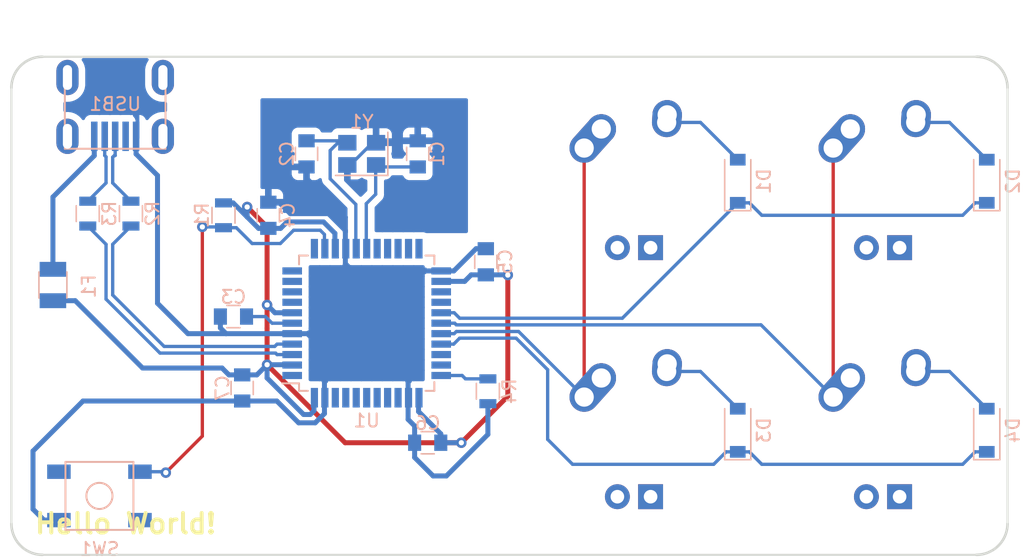
<source format=kicad_pcb>
(kicad_pcb (version 20221018) (generator pcbnew)
  (layers (0 "F.Cu" signal) (31 "B.Cu" signal) (34 "B.Paste" user) (35 "F.Paste" user) (36 "B.SilkS" user "B.Silkscreen") (37 "F.SilkS" user "F.Silkscreen") (38 "B.Mask" user) (39 "F.Mask" user) (44 "Edge.Cuts" user))
  (net 0 "")
  (net 1 "Net-(C1-Pad1)")
  (net 2 "GND")
  (net 3 "Net-(C2-Pad1)")
  (net 4 "Net-(C3-Pad1)")
  (net 5 "+5V")
  (net 6 "ROW0")
  (net 7 "Net-(D1-Pad2)")
  (net 8 "Net-(D2-Pad2)")
  (net 9 "ROW1")
  (net 10 "Net-(D3-Pad2)")
  (net 11 "Net-(D4-Pad2)")
  (net 12 "VCC")
  (net 13 "COL0")
  (net 14 "COL1")
  (net 15 "Net-(R1-Pad2)")
  (net 16 "Net-(R2-Pad1)")
  (net 17 "D+")
  (net 18 "D-")
  (net 19 "Net-(R3-Pad1)")
  (net 20 "Net-(R4-Pad2)")
  (net 21 "Net-(U1-Pad42)")
  (net 22 "Net-(U1-Pad41)")
  (net 23 "Net-(U1-Pad40)")
  (net 24 "Net-(U1-Pad39)")
  (net 25 "Net-(U1-Pad38)")
  (net 26 "Net-(U1-Pad37)")
  (net 27 "Net-(U1-Pad36)")
  (net 28 "Net-(U1-Pad32)")
  (net 29 "Net-(U1-Pad31)")
  (net 30 "Net-(U1-Pad26)")
  (net 31 "Net-(U1-Pad25)")
  (net 32 "Net-(U1-Pad22)")
  (net 33 "Net-(U1-Pad21)")
  (net 34 "Net-(U1-Pad20)")
  (net 35 "Net-(U1-Pad19)")
  (net 36 "Net-(U1-Pad18)")
  (net 37 "Net-(U1-Pad12)")
  (net 38 "Net-(U1-Pad11)")
  (net 39 "Net-(U1-Pad10)")
  (net 40 "Net-(U1-Pad9)")
  (net 41 "Net-(U1-Pad8)")
  (net 42 "Net-(U1-Pad1)")
  (net 43 "Net-(USB1-Pad2)")
  (footprint "MX_Alps_Hybrid:MX-1U" (layer "F.Cu") (at 79.375 71.4375)
    (fp_text reference "MX1")
    (fp_text value "MX-NoLED")
    (pad "" np_thru_hole circle (at -5.08 0 48.0996) (size 1.75 1.75) (drill 1.75) (layers "*.Cu" "*.Mask"))
    (pad "" np_thru_hole circle (at 0 0) (size 3.9878 3.9878) (drill 3.9878) (layers "*.Cu" "*.Mask"))
    (pad "" np_thru_hole circle (at 5.08 0 48.0996) (size 1.75 1.75) (drill 1.75) (layers "*.Cu" "*.Mask"))
    (pad "1" thru_hole oval (at -3.81 -2.54 48.0996) (size 4.211556 2.25) (drill 1.47 (offset 0.980778 0)) (layers "*.Cu" "B.Mask") (net 13 "COL0"))
    (pad "1" thru_hole circle (at -2.5 -4) (size 2.25 2.25) (drill 1.47) (layers "*.Cu" "B.Mask") (net 13 "COL0"))
    (pad "2" thru_hole oval (at 2.5 -4.5 86.0548) (size 2.831378 2.25) (drill 1.47 (offset 0.290689 0)) (layers "*.Cu" "B.Mask") (net 7 "Net-(D1-Pad2)"))
    (pad "2" thru_hole circle (at 2.54 -5.08) (size 2.25 2.25) (drill 1.47) (layers "*.Cu" "B.Mask") (net 7 "Net-(D1-Pad2)"))
    (pad "3" thru_hole circle (at -1.27 5.08) (size 1.905 1.905) (drill 1.04) (layers "*.Cu" "B.Mask"))
    (pad "4" thru_hole rect (at 1.27 5.08) (size 1.905 1.905) (drill 1.04) (layers "*.Cu" "B.Mask"))
  )
  (footprint "MX_Alps_Hybrid:MX-1U" (layer "F.Cu") (at 98.425 71.4375)
    (fp_text reference "MX2")
    (fp_text value "MX-NoLED")
    (pad "" np_thru_hole circle (at -5.08 0 48.0996) (size 1.75 1.75) (drill 1.75) (layers "*.Cu" "*.Mask"))
    (pad "" np_thru_hole circle (at 0 0) (size 3.9878 3.9878) (drill 3.9878) (layers "*.Cu" "*.Mask"))
    (pad "" np_thru_hole circle (at 5.08 0 48.0996) (size 1.75 1.75) (drill 1.75) (layers "*.Cu" "*.Mask"))
    (pad "1" thru_hole oval (at -3.81 -2.54 48.0996) (size 4.211556 2.25) (drill 1.47 (offset 0.980778 0)) (layers "*.Cu" "B.Mask") (net 14 "COL1"))
    (pad "1" thru_hole circle (at -2.5 -4) (size 2.25 2.25) (drill 1.47) (layers "*.Cu" "B.Mask") (net 14 "COL1"))
    (pad "2" thru_hole oval (at 2.5 -4.5 86.0548) (size 2.831378 2.25) (drill 1.47 (offset 0.290689 0)) (layers "*.Cu" "B.Mask") (net 8 "Net-(D2-Pad2)"))
    (pad "2" thru_hole circle (at 2.54 -5.08) (size 2.25 2.25) (drill 1.47) (layers "*.Cu" "B.Mask") (net 8 "Net-(D2-Pad2)"))
    (pad "3" thru_hole circle (at -1.27 5.08) (size 1.905 1.905) (drill 1.04) (layers "*.Cu" "B.Mask"))
    (pad "4" thru_hole rect (at 1.27 5.08) (size 1.905 1.905) (drill 1.04) (layers "*.Cu" "B.Mask"))
  )
  (footprint "MX_Alps_Hybrid:MX-1U" (layer "F.Cu") (at 79.375 90.4875)
    (fp_text reference "MX3")
    (fp_text value "MX-NoLED")
    (pad "" np_thru_hole circle (at -5.08 0 48.0996) (size 1.75 1.75) (drill 1.75) (layers "*.Cu" "*.Mask"))
    (pad "" np_thru_hole circle (at 0 0) (size 3.9878 3.9878) (drill 3.9878) (layers "*.Cu" "*.Mask"))
    (pad "" np_thru_hole circle (at 5.08 0 48.0996) (size 1.75 1.75) (drill 1.75) (layers "*.Cu" "*.Mask"))
    (pad "1" thru_hole oval (at -3.81 -2.54 48.0996) (size 4.211556 2.25) (drill 1.47 (offset 0.980778 0)) (layers "*.Cu" "B.Mask") (net 13 "COL0"))
    (pad "1" thru_hole circle (at -2.5 -4) (size 2.25 2.25) (drill 1.47) (layers "*.Cu" "B.Mask") (net 13 "COL0"))
    (pad "2" thru_hole oval (at 2.5 -4.5 86.0548) (size 2.831378 2.25) (drill 1.47 (offset 0.290689 0)) (layers "*.Cu" "B.Mask") (net 10 "Net-(D3-Pad2)"))
    (pad "2" thru_hole circle (at 2.54 -5.08) (size 2.25 2.25) (drill 1.47) (layers "*.Cu" "B.Mask") (net 10 "Net-(D3-Pad2)"))
    (pad "3" thru_hole circle (at -1.27 5.08) (size 1.905 1.905) (drill 1.04) (layers "*.Cu" "B.Mask"))
    (pad "4" thru_hole rect (at 1.27 5.08) (size 1.905 1.905) (drill 1.04) (layers "*.Cu" "B.Mask"))
  )
  (footprint "MX_Alps_Hybrid:MX-1U" (layer "F.Cu") (at 98.425 90.4875)
    (fp_text reference "MX4")
    (fp_text value "MX-NoLED")
    (pad "" np_thru_hole circle (at -5.08 0 48.0996) (size 1.75 1.75) (drill 1.75) (layers "*.Cu" "*.Mask"))
    (pad "" np_thru_hole circle (at 0 0) (size 3.9878 3.9878) (drill 3.9878) (layers "*.Cu" "*.Mask"))
    (pad "" np_thru_hole circle (at 5.08 0 48.0996) (size 1.75 1.75) (drill 1.75) (layers "*.Cu" "*.Mask"))
    (pad "1" thru_hole oval (at -3.81 -2.54 48.0996) (size 4.211556 2.25) (drill 1.47 (offset 0.980778 0)) (layers "*.Cu" "B.Mask") (net 14 "COL1"))
    (pad "1" thru_hole circle (at -2.5 -4) (size 2.25 2.25) (drill 1.47) (layers "*.Cu" "B.Mask") (net 14 "COL1"))
    (pad "2" thru_hole oval (at 2.5 -4.5 86.0548) (size 2.831378 2.25) (drill 1.47 (offset 0.290689 0)) (layers "*.Cu" "B.Mask") (net 11 "Net-(D4-Pad2)"))
    (pad "2" thru_hole circle (at 2.54 -5.08) (size 2.25 2.25) (drill 1.47) (layers "*.Cu" "B.Mask") (net 11 "Net-(D4-Pad2)"))
    (pad "3" thru_hole circle (at -1.27 5.08) (size 1.905 1.905) (drill 1.04) (layers "*.Cu" "B.Mask"))
    (pad "4" thru_hole rect (at 1.27 5.08) (size 1.905 1.905) (drill 1.04) (layers "*.Cu" "B.Mask"))
  )
  (footprint "Diodes_SMD:D_SOD-123" (layer "B.Cu") (at 87.3125 71.4375 90)
    (fp_text reference "D1" (at 0 2 90) (layer "B.SilkS") (effects (justify mirror)))
    (fp_text value "SOD-123")
    (fp_line (start -2.25 -1) (end 1.65 -1) (stroke (width 0.12)) (layer "B.SilkS"))
    (fp_line (start -2.25 1) (end -2.25 -1) (stroke (width 0.12)) (layer "B.SilkS"))
    (fp_line (start -2.25 1) (end 1.65 1) (stroke (width 0.12)) (layer "B.SilkS"))
    (pad "1" smd rect (at -1.65 0 90) (size 0.9 1.2) (layers "B.Cu" "B.Paste" "B.Mask") (net 6 "ROW0"))
    (pad "2" smd rect (at 1.65 0 90) (size 0.9 1.2) (layers "B.Cu" "B.Paste" "B.Mask") (net 7 "Net-(D1-Pad2)"))
  )
  (footprint "Diodes_SMD:D_SOD-123" (layer "B.Cu") (at 106.3625 71.4375 90)
    (fp_text reference "D2" (at 0 2 90) (layer "B.SilkS") (effects (justify mirror)))
    (fp_text value "SOD-123")
    (fp_line (start -2.25 -1) (end 1.65 -1) (stroke (width 0.12)) (layer "B.SilkS"))
    (fp_line (start -2.25 1) (end -2.25 -1) (stroke (width 0.12)) (layer "B.SilkS"))
    (fp_line (start -2.25 1) (end 1.65 1) (stroke (width 0.12)) (layer "B.SilkS"))
    (pad "1" smd rect (at -1.65 0 90) (size 0.9 1.2) (layers "B.Cu" "B.Paste" "B.Mask") (net 6 "ROW0"))
    (pad "2" smd rect (at 1.65 0 90) (size 0.9 1.2) (layers "B.Cu" "B.Paste" "B.Mask") (net 8 "Net-(D2-Pad2)"))
  )
  (footprint "Diodes_SMD:D_SOD-123" (layer "B.Cu") (at 87.3125 90.4875 90)
    (fp_text reference "D3" (at 0 2 90) (layer "B.SilkS") (effects (justify mirror)))
    (fp_text value "SOD-123")
    (fp_line (start -2.25 -1) (end 1.65 -1) (stroke (width 0.12)) (layer "B.SilkS"))
    (fp_line (start -2.25 1) (end -2.25 -1) (stroke (width 0.12)) (layer "B.SilkS"))
    (fp_line (start -2.25 1) (end 1.65 1) (stroke (width 0.12)) (layer "B.SilkS"))
    (pad "1" smd rect (at -1.65 0 90) (size 0.9 1.2) (layers "B.Cu" "B.Paste" "B.Mask") (net 9 "ROW1"))
    (pad "2" smd rect (at 1.65 0 90) (size 0.9 1.2) (layers "B.Cu" "B.Paste" "B.Mask") (net 10 "Net-(D3-Pad2)"))
  )
  (footprint "Diodes_SMD:D_SOD-123" (layer "B.Cu") (at 106.3625 90.4875 90)
    (fp_text reference "D4" (at 0 2 90) (layer "B.SilkS") (effects (justify mirror)))
    (fp_text value "SOD-123")
    (fp_line (start -2.25 -1) (end 1.65 -1) (stroke (width 0.12)) (layer "B.SilkS"))
    (fp_line (start -2.25 1) (end -2.25 -1) (stroke (width 0.12)) (layer "B.SilkS"))
    (fp_line (start -2.25 1) (end 1.65 1) (stroke (width 0.12)) (layer "B.SilkS"))
    (pad "1" smd rect (at -1.65 0 90) (size 0.9 1.2) (layers "B.Cu" "B.Paste" "B.Mask") (net 9 "ROW1"))
    (pad "2" smd rect (at 1.65 0 90) (size 0.9 1.2) (layers "B.Cu" "B.Paste" "B.Mask") (net 11 "Net-(D4-Pad2)"))
  )
  (footprint "Fuse_Holders_and_Fuses:Fuse_SMD1206_Reflow" (layer "B.Cu") (at 34.925 79.375 90)
    (fp_text reference "F1" (at -0.1 2.75 90) (layer "B.SilkS") (effects (justify mirror)))
    (fp_text value "500mA")
    (fp_line (start -1 1.07) (end 1 1.07) (stroke (width 0.12)) (layer "B.SilkS"))
    (fp_line (start 1 -1.07) (end -1 -1.07) (stroke (width 0.12)) (layer "B.SilkS"))
    (pad "1" smd rect (at -1.2 0) (size 2.03 1.14) (layers "B.Cu" "B.Paste" "B.Mask") (net 5 "+5V"))
    (pad "2" smd rect (at 1.2 0) (size 2.03 1.14) (layers "B.Cu" "B.Paste" "B.Mask") (net 12 "VCC"))
  )
  (footprint "Resistors_SMD:R_0805" (layer "B.Cu") (at 40.894 73.914 90)
    (fp_text reference "R2" (at 0 1.65 90) (layer "B.SilkS") (effects (justify mirror)))
    (fp_text value "22")
    (fp_line (start -0.6 0.88) (end 0.6 0.88) (stroke (width 0.12)) (layer "B.SilkS"))
    (fp_line (start 0.6 -0.88) (end -0.6 -0.88) (stroke (width 0.12)) (layer "B.SilkS"))
    (pad "1" smd rect (at -0.95 0 90) (size 0.7 1.3) (layers "B.Cu" "B.Paste" "B.Mask") (net 16 "Net-(R2-Pad1)"))
    (pad "2" smd rect (at 0.95 0 90) (size 0.7 1.3) (layers "B.Cu" "B.Paste" "B.Mask") (net 17 "D+"))
  )
  (footprint "Resistors_SMD:R_0805" (layer "B.Cu") (at 37.592 73.914 90)
    (fp_text reference "R3" (at 0 1.65 90) (layer "B.SilkS") (effects (justify mirror)))
    (fp_text value "22")
    (fp_line (start -0.6 0.88) (end 0.6 0.88) (stroke (width 0.12)) (layer "B.SilkS"))
    (fp_line (start 0.6 -0.88) (end -0.6 -0.88) (stroke (width 0.12)) (layer "B.SilkS"))
    (pad "1" smd rect (at -0.95 0 90) (size 0.7 1.3) (layers "B.Cu" "B.Paste" "B.Mask") (net 19 "Net-(R3-Pad1)"))
    (pad "2" smd rect (at 0.95 0 90) (size 0.7 1.3) (layers "B.Cu" "B.Paste" "B.Mask") (net 18 "D-"))
  )
  (footprint "Resistors_SMD:R_0805" (layer "B.Cu") (at 68.199 87.503 90)
    (fp_text reference "R4" (at 0 1.65 90) (layer "B.SilkS") (effects (justify mirror)))
    (fp_text value "10k")
    (fp_line (start -0.6 0.88) (end 0.6 0.88) (stroke (width 0.12)) (layer "B.SilkS"))
    (fp_line (start 0.6 -0.88) (end -0.6 -0.88) (stroke (width 0.12)) (layer "B.SilkS"))
    (pad "1" smd rect (at -0.95 0 90) (size 0.7 1.3) (layers "B.Cu" "B.Paste" "B.Mask") (net 2 "GND"))
    (pad "2" smd rect (at 0.95 0 90) (size 0.7 1.3) (layers "B.Cu" "B.Paste" "B.Mask") (net 20 "Net-(R4-Pad2)"))
  )
  (footprint "Capacitors_SMD:C_0805" (layer "B.Cu") (at 49.403 87.249 -90)
    (fp_text reference "C7" (at 0 1.5 270) (layer "B.SilkS") (effects (justify mirror)))
    (fp_text value "10uF")
    (fp_line (start -0.5 -0.85) (end 0.5 -0.85) (stroke (width 0.12)) (layer "B.SilkS"))
    (fp_line (start 0.5 0.85) (end -0.5 0.85) (stroke (width 0.12)) (layer "B.SilkS"))
    (pad "1" smd rect (at -1 0 270) (size 1 1.25) (layers "B.Cu" "B.Paste" "B.Mask") (net 5 "+5V"))
    (pad "2" smd rect (at 1 0 270) (size 1 1.25) (layers "B.Cu" "B.Paste" "B.Mask") (net 2 "GND"))
  )
  (footprint "Capacitors_SMD:C_0805" (layer "B.Cu") (at 68.04025 77.597 90)
    (fp_text reference "C5" (at 0 1.5 90) (layer "B.SilkS") (effects (justify mirror)))
    (fp_text value "0.1uF")
    (fp_line (start -0.5 -0.85) (end 0.5 -0.85) (stroke (width 0.12)) (layer "B.SilkS"))
    (fp_line (start 0.5 0.85) (end -0.5 0.85) (stroke (width 0.12)) (layer "B.SilkS"))
    (pad "1" smd rect (at -1 0 90) (size 1 1.25) (layers "B.Cu" "B.Paste" "B.Mask") (net 5 "+5V"))
    (pad "2" smd rect (at 1 0 90) (size 1 1.25) (layers "B.Cu" "B.Paste" "B.Mask") (net 2 "GND"))
  )
  (footprint "Capacitors_SMD:C_0805" (layer "B.Cu") (at 51.40325 74.041 90)
    (fp_text reference "C4" (at 0 1.5 90) (layer "B.SilkS") (effects (justify mirror)))
    (fp_text value "0.1uF")
    (fp_line (start -0.5 -0.85) (end 0.5 -0.85) (stroke (width 0.12)) (layer "B.SilkS"))
    (fp_line (start 0.5 0.85) (end -0.5 0.85) (stroke (width 0.12)) (layer "B.SilkS"))
    (pad "1" smd rect (at -1 0 90) (size 1 1.25) (layers "B.Cu" "B.Paste" "B.Mask") (net 5 "+5V"))
    (pad "2" smd rect (at 1 0 90) (size 1 1.25) (layers "B.Cu" "B.Paste" "B.Mask") (net 2 "GND"))
  )
  (footprint "Capacitors_SMD:C_0805" (layer "B.Cu") (at 63.59525 91.44 180)
    (fp_text reference "C6" (at 0 1.5 180) (layer "B.SilkS") (effects (justify mirror)))
    (fp_text value "0.1uF")
    (fp_line (start -0.5 -0.85) (end 0.5 -0.85) (stroke (width 0.12)) (layer "B.SilkS"))
    (fp_line (start 0.5 0.85) (end -0.5 0.85) (stroke (width 0.12)) (layer "B.SilkS"))
    (pad "1" smd rect (at -1 0 180) (size 1 1.25) (layers "B.Cu" "B.Paste" "B.Mask") (net 5 "+5V"))
    (pad "2" smd rect (at 1 0 180) (size 1 1.25) (layers "B.Cu" "B.Paste" "B.Mask") (net 2 "GND"))
  )
  (footprint "Resistors_SMD:R_0805" (layer "B.Cu") (at 47.97425 74.041 -90)
    (fp_text reference "R1" (at 0 1.65 270) (layer "B.SilkS") (effects (justify mirror)))
    (fp_text value "10k")
    (fp_line (start -0.6 0.88) (end 0.6 0.88) (stroke (width 0.12)) (layer "B.SilkS"))
    (fp_line (start 0.6 -0.88) (end -0.6 -0.88) (stroke (width 0.12)) (layer "B.SilkS"))
    (pad "1" smd rect (at -0.95 0 270) (size 0.7 1.3) (layers "B.Cu" "B.Paste" "B.Mask") (net 5 "+5V"))
    (pad "2" smd rect (at 0.95 0 270) (size 0.7 1.3) (layers "B.Cu" "B.Paste" "B.Mask") (net 15 "Net-(R1-Pad2)"))
  )
  (footprint "Capacitors_SMD:C_0805" (layer "B.Cu") (at 62.83325 69.342 90)
    (fp_text reference "C1" (at 0 1.5 90) (layer "B.SilkS") (effects (justify mirror)))
    (fp_text value "22pF")
    (fp_line (start -0.5 -0.85) (end 0.5 -0.85) (stroke (width 0.12)) (layer "B.SilkS"))
    (fp_line (start 0.5 0.85) (end -0.5 0.85) (stroke (width 0.12)) (layer "B.SilkS"))
    (pad "1" smd rect (at -1 0 90) (size 1 1.25) (layers "B.Cu" "B.Paste" "B.Mask") (net 1 "Net-(C1-Pad1)"))
    (pad "2" smd rect (at 1 0 90) (size 1 1.25) (layers "B.Cu" "B.Paste" "B.Mask") (net 2 "GND"))
  )
  (footprint "Capacitors_SMD:C_0805" (layer "B.Cu") (at 48.73625 81.788 180)
    (fp_text reference "C3" (at 0 1.5 180) (layer "B.SilkS") (effects (justify mirror)))
    (fp_text value "1uF")
    (fp_line (start -0.5 -0.85) (end 0.5 -0.85) (stroke (width 0.12)) (layer "B.SilkS"))
    (fp_line (start 0.5 0.85) (end -0.5 0.85) (stroke (width 0.12)) (layer "B.SilkS"))
    (pad "1" smd rect (at -1 0 180) (size 1 1.25) (layers "B.Cu" "B.Paste" "B.Mask") (net 4 "Net-(C3-Pad1)"))
    (pad "2" smd rect (at 1 0 180) (size 1 1.25) (layers "B.Cu" "B.Paste" "B.Mask") (net 2 "GND"))
  )
  (footprint "Capacitors_SMD:C_0805" (layer "B.Cu") (at 54.32425 69.342 -90)
    (fp_text reference "C2" (at 0 1.5 270) (layer "B.SilkS") (effects (justify mirror)))
    (fp_text value "22pF")
    (fp_line (start -0.5 -0.85) (end 0.5 -0.85) (stroke (width 0.12)) (layer "B.SilkS"))
    (fp_line (start 0.5 0.85) (end -0.5 0.85) (stroke (width 0.12)) (layer "B.SilkS"))
    (pad "1" smd rect (at -1 0 270) (size 1 1.25) (layers "B.Cu" "B.Paste" "B.Mask") (net 3 "Net-(C2-Pad1)"))
    (pad "2" smd rect (at 1 0 270) (size 1 1.25) (layers "B.Cu" "B.Paste" "B.Mask") (net 2 "GND"))
  )
  (footprint "random-keyboard-parts:Molex-0548190589-Assembly" (layer "B.Cu") (at 39.6875 63.5 -90)
    (fp_text reference "USB1" (at 2.032 0 180) (layer "B.SilkS") (effects (justify mirror)))
    (fp_text value "Molex-0548190589")
    (fp_line (start 0 -3.85) (end 5.45 -3.85) (stroke (width 0.15)) (layer "B.SilkS"))
    (fp_line (start 0 3.85) (end 5.45 3.85) (stroke (width 0.15)) (layer "B.SilkS"))
    (fp_line (start 5.45 3.85) (end 5.45 -3.85) (stroke (width 0.15)) (layer "B.SilkS"))
    (pad "" thru_hole oval (at 0 -3.65 270) (size 2.7 1.7) (drill oval 1.9 0.7) (layers "*.Cu" "*.Mask"))
    (pad "" thru_hole oval (at 0 3.65 270) (size 2.7 1.7) (drill oval 1.9 0.7) (layers "*.Cu" "*.Mask"))
    (pad "" thru_hole oval (at 4.5 -3.65 270) (size 2.7 1.7) (drill oval 1.9 0.7) (layers "*.Cu" "*.Mask"))
    (pad "" thru_hole oval (at 4.5 3.65 270) (size 2.7 1.7) (drill oval 1.9 0.7) (layers "*.Cu" "*.Mask"))
    (pad "1" smd rect (at 4.5 -1.6 270) (size 2.25 0.5) (layers "B.Cu" "B.Paste" "B.Mask") (net 2 "GND"))
    (pad "2" smd rect (at 4.5 -0.8 270) (size 2.25 0.5) (layers "B.Cu" "B.Paste" "B.Mask") (net 43 "Net-(USB1-Pad2)"))
    (pad "3" smd rect (at 4.5 0 270) (size 2.25 0.5) (layers "B.Cu" "B.Paste" "B.Mask") (net 17 "D+"))
    (pad "4" smd rect (at 4.5 0.8 270) (size 2.25 0.5) (layers "B.Cu" "B.Paste" "B.Mask") (net 18 "D-"))
    (pad "5" smd rect (at 4.5 1.6 270) (size 2.25 0.5) (layers "B.Cu" "B.Paste" "B.Mask") (net 12 "VCC"))
  )
  (footprint "random-keyboard-parts:SKQG-1155865" (layer "B.Cu") (at 38.484001 95.507845 180)
    (fp_text reference "SW1" (at 0 -4.064 180) (layer "B.SilkS") (effects (justify mirror)))
    (fp_text value "SW_Push")
    (fp_line (start -2.6 -2.6) (end -2.6 2.6) (stroke (width 0.15)) (layer "B.SilkS"))
    (fp_line (start -2.6 2.6) (end 2.6 2.6) (stroke (width 0.15)) (layer "B.SilkS"))
    (fp_line (start 2.6 -2.6) (end -2.6 -2.6) (stroke (width 0.15)) (layer "B.SilkS"))
    (fp_line (start 2.6 2.6) (end 2.6 -2.6) (stroke (width 0.15)) (layer "B.SilkS"))
    (fp_circle (center 0 0) (end 1 0) (stroke (width 0.15)) (fill none) (layer "B.SilkS"))
    (pad "1" smd rect (at 3.1 -1.85 180) (size 1.8 1.1) (layers "B.Cu" "B.Paste" "B.Mask") (net 2 "GND"))
    (pad "2" smd rect (at -3.1 1.85 180) (size 1.8 1.1) (layers "B.Cu" "B.Paste" "B.Mask") (net 15 "Net-(R1-Pad2)"))
    (pad "3" smd rect (at 3.1 1.85 180) (size 1.8 1.1) (layers "B.Cu" "B.Paste" "B.Mask"))
    (pad "4" smd rect (at -3.1 -1.85 180) (size 1.8 1.1) (layers "B.Cu" "B.Paste" "B.Mask"))
  )
  (footprint "Housings_QFP:TQFP-44_10x10mm_Pitch0.8mm" (layer "B.Cu") (at 58.928 82.296)
    (fp_text reference "U1" (at 0 7.45) (layer "B.SilkS") (effects (justify mirror)))
    (fp_text value "ATmega32U4-AU")
    (fp_line (start -5.175 -5.175) (end -5.175 -4.5) (stroke (width 0.15)) (layer "B.SilkS"))
    (fp_line (start -5.175 -5.175) (end -4.5 -5.175) (stroke (width 0.15)) (layer "B.SilkS"))
    (fp_line (start -5.175 4.6) (end -6.45 4.6) (stroke (width 0.15)) (layer "B.SilkS"))
    (fp_line (start -5.175 5.175) (end -5.175 4.6) (stroke (width 0.15)) (layer "B.SilkS"))
    (fp_line (start -5.175 5.175) (end -4.5 5.175) (stroke (width 0.15)) (layer "B.SilkS"))
    (fp_line (start 5.175 -5.175) (end 4.5 -5.175) (stroke (width 0.15)) (layer "B.SilkS"))
    (fp_line (start 5.175 -5.175) (end 5.175 -4.5) (stroke (width 0.15)) (layer "B.SilkS"))
    (fp_line (start 5.175 5.175) (end 4.5 5.175) (stroke (width 0.15)) (layer "B.SilkS"))
    (fp_line (start 5.175 5.175) (end 5.175 4.5) (stroke (width 0.15)) (layer "B.SilkS"))
    (pad "1" smd rect (at -5.7 4) (size 1.5 0.55) (layers "B.Cu" "B.Paste" "B.Mask") (net 42 "Net-(U1-Pad1)"))
    (pad "2" smd rect (at -5.7 3.2) (size 1.5 0.55) (layers "B.Cu" "B.Paste" "B.Mask") (net 5 "+5V"))
    (pad "3" smd rect (at -5.7 2.4) (size 1.5 0.55) (layers "B.Cu" "B.Paste" "B.Mask") (net 19 "Net-(R3-Pad1)"))
    (pad "4" smd rect (at -5.7 1.6) (size 1.5 0.55) (layers "B.Cu" "B.Paste" "B.Mask") (net 16 "Net-(R2-Pad1)"))
    (pad "5" smd rect (at -5.7 0.8) (size 1.5 0.55) (layers "B.Cu" "B.Paste" "B.Mask") (net 2 "GND"))
    (pad "6" smd rect (at -5.7 0) (size 1.5 0.55) (layers "B.Cu" "B.Paste" "B.Mask") (net 4 "Net-(C3-Pad1)"))
    (pad "7" smd rect (at -5.7 -0.8) (size 1.5 0.55) (layers "B.Cu" "B.Paste" "B.Mask") (net 5 "+5V"))
    (pad "8" smd rect (at -5.7 -1.6) (size 1.5 0.55) (layers "B.Cu" "B.Paste" "B.Mask") (net 41 "Net-(U1-Pad8)"))
    (pad "9" smd rect (at -5.7 -2.4) (size 1.5 0.55) (layers "B.Cu" "B.Paste" "B.Mask") (net 40 "Net-(U1-Pad9)"))
    (pad "10" smd rect (at -5.7 -3.2) (size 1.5 0.55) (layers "B.Cu" "B.Paste" "B.Mask") (net 39 "Net-(U1-Pad10)"))
    (pad "11" smd rect (at -5.7 -4) (size 1.5 0.55) (layers "B.Cu" "B.Paste" "B.Mask") (net 38 "Net-(U1-Pad11)"))
    (pad "12" smd rect (at -4 -5.7 270) (size 1.5 0.55) (layers "B.Cu" "B.Paste" "B.Mask") (net 37 "Net-(U1-Pad12)"))
    (pad "13" smd rect (at -3.2 -5.7 270) (size 1.5 0.55) (layers "B.Cu" "B.Paste" "B.Mask") (net 15 "Net-(R1-Pad2)"))
    (pad "14" smd rect (at -2.4 -5.7 270) (size 1.5 0.55) (layers "B.Cu" "B.Paste" "B.Mask") (net 5 "+5V"))
    (pad "15" smd rect (at -1.6 -5.7 270) (size 1.5 0.55) (layers "B.Cu" "B.Paste" "B.Mask") (net 2 "GND"))
    (pad "16" smd rect (at -0.8 -5.7 270) (size 1.5 0.55) (layers "B.Cu" "B.Paste" "B.Mask") (net 3 "Net-(C2-Pad1)"))
    (pad "17" smd rect (at 0 -5.7 270) (size 1.5 0.55) (layers "B.Cu" "B.Paste" "B.Mask") (net 1 "Net-(C1-Pad1)"))
    (pad "18" smd rect (at 0.8 -5.7 270) (size 1.5 0.55) (layers "B.Cu" "B.Paste" "B.Mask") (net 36 "Net-(U1-Pad18)"))
    (pad "19" smd rect (at 1.6 -5.7 270) (size 1.5 0.55) (layers "B.Cu" "B.Paste" "B.Mask") (net 35 "Net-(U1-Pad19)"))
    (pad "20" smd rect (at 2.4 -5.7 270) (size 1.5 0.55) (layers "B.Cu" "B.Paste" "B.Mask") (net 34 "Net-(U1-Pad20)"))
    (pad "21" smd rect (at 3.2 -5.7 270) (size 1.5 0.55) (layers "B.Cu" "B.Paste" "B.Mask") (net 33 "Net-(U1-Pad21)"))
    (pad "22" smd rect (at 4 -5.7 270) (size 1.5 0.55) (layers "B.Cu" "B.Paste" "B.Mask") (net 32 "Net-(U1-Pad22)"))
    (pad "23" smd rect (at 5.7 -4) (size 1.5 0.55) (layers "B.Cu" "B.Paste" "B.Mask") (net 2 "GND"))
    (pad "24" smd rect (at 5.7 -3.2) (size 1.5 0.55) (layers "B.Cu" "B.Paste" "B.Mask") (net 5 "+5V"))
    (pad "25" smd rect (at 5.7 -2.4) (size 1.5 0.55) (layers "B.Cu" "B.Paste" "B.Mask") (net 31 "Net-(U1-Pad25)"))
    (pad "26" smd rect (at 5.7 -1.6) (size 1.5 0.55) (layers "B.Cu" "B.Paste" "B.Mask") (net 30 "Net-(U1-Pad26)"))
    (pad "27" smd rect (at 5.7 -0.8) (size 1.5 0.55) (layers "B.Cu" "B.Paste" "B.Mask") (net 6 "ROW0"))
    (pad "28" smd rect (at 5.7 0) (size 1.5 0.55) (layers "B.Cu" "B.Paste" "B.Mask") (net 14 "COL1"))
    (pad "29" smd rect (at 5.7 0.8) (size 1.5 0.55) (layers "B.Cu" "B.Paste" "B.Mask") (net 13 "COL0"))
    (pad "30" smd rect (at 5.7 1.6) (size 1.5 0.55) (layers "B.Cu" "B.Paste" "B.Mask") (net 9 "ROW1"))
    (pad "31" smd rect (at 5.7 2.4) (size 1.5 0.55) (layers "B.Cu" "B.Paste" "B.Mask") (net 29 "Net-(U1-Pad31)"))
    (pad "32" smd rect (at 5.7 3.2) (size 1.5 0.55) (layers "B.Cu" "B.Paste" "B.Mask") (net 28 "Net-(U1-Pad32)"))
    (pad "33" smd rect (at 5.7 4) (size 1.5 0.55) (layers "B.Cu" "B.Paste" "B.Mask") (net 20 "Net-(R4-Pad2)"))
    (pad "34" smd rect (at 4 5.7 270) (size 1.5 0.55) (layers "B.Cu" "B.Paste" "B.Mask") (net 5 "+5V"))
    (pad "35" smd rect (at 3.2 5.7 270) (size 1.5 0.55) (layers "B.Cu" "B.Paste" "B.Mask") (net 2 "GND"))
    (pad "36" smd rect (at 2.4 5.7 270) (size 1.5 0.55) (layers "B.Cu" "B.Paste" "B.Mask") (net 27 "Net-(U1-Pad36)"))
    (pad "37" smd rect (at 1.6 5.7 270) (size 1.5 0.55) (layers "B.Cu" "B.Paste" "B.Mask") (net 26 "Net-(U1-Pad37)"))
    (pad "38" smd rect (at 0.8 5.7 270) (size 1.5 0.55) (layers "B.Cu" "B.Paste" "B.Mask") (net 25 "Net-(U1-Pad38)"))
    (pad "39" smd rect (at 0 5.7 270) (size 1.5 0.55) (layers "B.Cu" "B.Paste" "B.Mask") (net 24 "Net-(U1-Pad39)"))
    (pad "40" smd rect (at -0.8 5.7 270) (size 1.5 0.55) (layers "B.Cu" "B.Paste" "B.Mask") (net 23 "Net-(U1-Pad40)"))
    (pad "41" smd rect (at -1.6 5.7 270) (size 1.5 0.55) (layers "B.Cu" "B.Paste" "B.Mask") (net 22 "Net-(U1-Pad41)"))
    (pad "42" smd rect (at -2.4 5.7 270) (size 1.5 0.55) (layers "B.Cu" "B.Paste" "B.Mask") (net 21 "Net-(U1-Pad42)"))
    (pad "43" smd rect (at -3.2 5.7 270) (size 1.5 0.55) (layers "B.Cu" "B.Paste" "B.Mask") (net 2 "GND"))
    (pad "44" smd rect (at -4 5.7 270) (size 1.5 0.55) (layers "B.Cu" "B.Paste" "B.Mask") (net 5 "+5V"))
  )
  (footprint "Crystals:Crystal_SMD_3225-4pin_3.2x2.5mm" (layer "B.Cu") (at 58.547 69.342 180)
    (fp_text reference "Y1" (at 0 2.45 180) (layer "B.SilkS") (effects (justify mirror)))
    (fp_text value "Crystal_GND24_Small")
    (fp_line (start -2 -1.65) (end 2 -1.65) (stroke (width 0.12)) (layer "B.SilkS"))
    (fp_line (start -2 1.65) (end -2 -1.65) (stroke (width 0.12)) (layer "B.SilkS"))
    (pad "1" smd rect (at -1.1 -0.85 180) (size 1.4 1.2) (layers "B.Cu" "B.Paste" "B.Mask") (net 1 "Net-(C1-Pad1)"))
    (pad "2" smd rect (at 1.1 -0.85 180) (size 1.4 1.2) (layers "B.Cu" "B.Paste" "B.Mask") (net 2 "GND"))
    (pad "3" smd rect (at 1.1 0.85 180) (size 1.4 1.2) (layers "B.Cu" "B.Paste" "B.Mask") (net 3 "Net-(C2-Pad1)"))
    (pad "4" smd rect (at -1.1 0.85 180) (size 1.4 1.2) (layers "B.Cu" "B.Paste" "B.Mask") (net 2 "GND"))
  )
  (gr_line (start 34.13125 61.9125) (end 105.56875 61.9125) (stroke (width 0.15)) (layer "Edge.Cuts"))
  (gr_arc (start 105.56875 61.9125) (mid 107.252548 62.609952) (end 107.95 64.29375) (stroke (width 0.2)) (layer "Edge.Cuts"))
  (gr_arc (start 31.75 64.29375) (mid 32.447452 62.609952) (end 34.13125 61.9125) (stroke (width 0.2)) (layer "Edge.Cuts"))
  (gr_line (start 105.56875 100.0125) (end 34.13125 100.0125) (stroke (width 0.15)) (layer "Edge.Cuts"))
  (gr_line (start 107.95 64.29375) (end 107.95 97.63125) (stroke (width 0.15)) (layer "Edge.Cuts"))
  (gr_arc (start 34.13125 100.0125) (mid 32.447452 99.315048) (end 31.75 97.63125) (stroke (width 0.2)) (layer "Edge.Cuts"))
  (gr_arc (start 107.95 97.63125) (mid 107.252548 99.315048) (end 105.56875 100.0125) (stroke (width 0.2)) (layer "Edge.Cuts"))
  (gr_line (start 31.75 97.63125) (end 31.75 64.29375) (stroke (width 0.15)) (layer "Edge.Cuts"))
  (gr_text "Hello World!" (at 40.48125 97.63125) (layer "F.SilkS") (effects (font (size 1.5 1.5) (thickness 0.3))))
  (segment (start 59.76525 70.342) (end 59.61525 70.192) (width 0.254) (layer "B.Cu") (net 1))
  (segment (start 58.89625 76.596) (end 58.89625 73.152) (width 0.254) (layer "B.Cu") (net 1))
  (segment (start 59.61525 70.192) (end 59.61525 72.433) (width 0.254) (layer "B.Cu") (net 1))
  (segment (start 62.83325 70.342) (end 59.76525 70.342) (width 0.254) (layer "B.Cu") (net 1))
  (segment (start 59.61525 72.433) (end 58.89625 73.152) (width 0.254) (layer "B.Cu") (net 1))
  (segment (start 62.83325 68.342) (end 59.76525 68.342) (width 0.381) (layer "B.Cu") (net 2))
  (segment (start 62.09625 89.65525) (end 62.59525 90.15425) (width 0.381) (layer "B.Cu") (net 2))
  (segment (start 62.59525 90.15425) (end 62.59525 91.44) (width 0.381) (layer "B.Cu") (net 2))
  (segment (start 57.29625 77.74325) (end 59.36575 79.81275) (width 0.381) (layer "B.Cu") (net 2))
  (segment (start 68.04025 76.597) (end 67.294 76.597) (width 0.381) (layer "B.Cu") (net 2))
  (segment (start 56.007 73.914) (end 57.29625 75.20325) (width 0.381) (layer "B.Cu") (net 2))
  (segment (start 41.2875 69.3545) (end 42.926 70.993) (width 0.381) (layer "B.Cu") (net 2))
  (segment (start 60.90325 79.81275) (end 60.90325 84.39825) (width 0.381) (layer "B.Cu") (net 2))
  (segment (start 54.32425 70.342) (end 54.32425 71.21525) (width 0.381) (layer "B.Cu") (net 2))
  (segment (start 65.024 93.98) (end 64.008 93.98) (width 0.381) (layer "B.Cu") (net 2))
  (segment (start 64.59625 78.296) (end 62.42 78.296) (width 0.381) (layer "B.Cu") (net 2))
  (segment (start 52.213 73.041) (end 53.086 73.914) (width 0.381) (layer "B.Cu") (net 2))
  (segment (start 55.69625 87.996) (end 55.69625 84.39825) (width 0.381) (layer "B.Cu") (net 2))
  (segment (start 52.705 67.31) (end 52.705 69.85) (width 0.381) (layer "B.Cu") (net 2))
  (segment (start 45.25 83.096) (end 48.171 83.096) (width 0.381) (layer "B.Cu") (net 2))
  (segment (start 59.182 66.929) (end 53.086 66.929) (width 0.381) (layer "B.Cu") (net 2))
  (segment (start 48.171 83.096) (end 47.73625 82.66125) (width 0.381) (layer "B.Cu") (net 2))
  (segment (start 65.595 78.296) (end 64.59625 78.296) (width 0.381) (layer "B.Cu") (net 2))
  (segment (start 41.2875 68) (end 41.2875 69.3545) (width 0.381) (layer "B.Cu") (net 2))
  (segment (start 59.36575 79.81275) (end 60.90325 79.81275) (width 0.381) (layer "B.Cu") (net 2))
  (segment (start 62.42 78.296) (end 60.90325 79.81275) (width 0.381) (layer "B.Cu") (net 2))
  (segment (start 42.926 80.772) (end 45.25 83.096) (width 0.381) (layer "B.Cu") (net 2))
  (segment (start 57.29625 76.596) (end 57.29625 77.74325) (width 0.381) (layer "B.Cu") (net 2))
  (segment (start 59.61525 67.36225) (end 59.182 66.929) (width 0.381) (layer "B.Cu") (net 2))
  (segment (start 53.721 89.916) (end 52.054 88.249) (width 0.381) (layer "B.Cu") (net 2))
  (segment (start 62.09625 87.996) (end 62.09625 85.59125) (width 0.381) (layer "B.Cu") (net 2))
  (segment (start 62.09625 85.59125) (end 60.90325 84.39825) (width 0.381) (layer "B.Cu") (net 2))
  (segment (start 53.197 70.342) (end 54.32425 70.342) (width 0.381) (layer "B.Cu") (net 2))
  (segment (start 68.199 90.805) (end 65.024 93.98) (width 0.381) (layer "B.Cu") (net 2))
  (segment (start 42.926 70.993) (end 42.926 80.772) (width 0.381) (layer "B.Cu") (net 2))
  (segment (start 52.705 69.85) (end 53.197 70.342) (width 0.381) (layer "B.Cu") (net 2))
  (segment (start 53.086 73.914) (end 56.007 73.914) (width 0.381) (layer "B.Cu") (net 2))
  (segment (start 62.59525 92.56725) (end 62.59525 91.44) (width 0.381) (layer "B.Cu") (net 2))
  (segment (start 60.90325 84.39825) (end 55.69625 84.39825) (width 0.381) (layer "B.Cu") (net 2))
  (segment (start 59.61525 68.492) (end 59.61525 67.36225) (width 0.381) (layer "B.Cu") (net 2))
  (segment (start 57.41525 70.192) (end 57.6716 70.192) (width 0.381) (layer "B.Cu") (net 2))
  (segment (start 34.238845 97.357845) (end 33.401 96.52) (width 0.381) (layer "B.Cu") (net 2))
  (segment (start 59.3716 68.492) (end 59.61525 68.492) (width 0.381) (layer "B.Cu") (net 2))
  (segment (start 37.227 88.249) (end 49.403 88.249) (width 0.381) (layer "B.Cu") (net 2))
  (segment (start 33.401 92.075) (end 37.227 88.249) (width 0.381) (layer "B.Cu") (net 2))
  (segment (start 33.401 96.52) (end 33.401 92.075) (width 0.381) (layer "B.Cu") (net 2))
  (segment (start 53.086 66.929) (end 52.705 67.31) (width 0.381) (layer "B.Cu") (net 2))
  (segment (start 68.199 88.453) (end 68.199 90.805) (width 0.381) (layer "B.Cu") (net 2))
  (segment (start 59.76525 68.342) (end 59.61525 68.492) (width 0.381) (layer "B.Cu") (net 2))
  (segment (start 47.73625 82.66125) (end 47.73625 81.788) (width 0.381) (layer "B.Cu") (net 2))
  (segment (start 57.29625 75.20325) (end 57.29625 75.311) (width 0.381) (layer "B.Cu") (net 2))
  (segment (start 52.054 88.249) (end 49.403 88.249) (width 0.381) (layer "B.Cu") (net 2))
  (segment (start 64.008 93.98) (end 62.59525 92.56725) (width 0.381) (layer "B.Cu") (net 2))
  (segment (start 55.69625 84.39825) (end 54.394 83.096) (width 0.381) (layer "B.Cu") (net 2))
  (segment (start 35.384001 97.357845) (end 34.238845 97.357845) (width 0.381) (layer "B.Cu") (net 2))
  (segment (start 54.32425 71.21525) (end 57.29625 74.18725) (width 0.381) (layer "B.Cu") (net 2))
  (segment (start 55.69625 89.21075) (end 54.991 89.916) (width 0.381) (layer "B.Cu") (net 2))
  (segment (start 67.294 76.597) (end 65.595 78.296) (width 0.381) (layer "B.Cu") (net 2))
  (segment (start 57.29625 74.18725) (end 57.29625 75.311) (width 0.381) (layer "B.Cu") (net 2))
  (segment (start 62.09625 87.996) (end 62.09625 89.65525) (width 0.381) (layer "B.Cu") (net 2))
  (segment (start 57.29625 75.311) (end 57.29625 76.596) (width 0.381) (layer "B.Cu") (net 2))
  (segment (start 53.19625 83.096) (end 48.171 83.096) (width 0.381) (layer "B.Cu") (net 2))
  (segment (start 55.69625 87.996) (end 55.69625 89.21075) (width 0.381) (layer "B.Cu") (net 2))
  (segment (start 54.991 89.916) (end 53.721 89.916) (width 0.381) (layer "B.Cu") (net 2))
  (segment (start 57.6716 70.192) (end 59.3716 68.492) (width 0.254) (layer "B.Cu") (net 2))
  (segment (start 51.40325 73.041) (end 52.213 73.041) (width 0.381) (layer "B.Cu") (net 2))
  (segment (start 54.394 83.096) (end 53.19625 83.096) (width 0.381) (layer "B.Cu") (net 2))
  (segment (start 54.32425 68.342) (end 57.26525 68.342) (width 0.254) (layer "B.Cu") (net 3))
  (segment (start 58.09625 73.20925) (end 56.134 71.247) (width 0.254) (layer "B.Cu") (net 3))
  (segment (start 56.73 68.492) (end 57.41525 68.492) (width 0.254) (layer "B.Cu") (net 3))
  (segment (start 58.09625 76.596) (end 58.09625 73.20925) (width 0.254) (layer "B.Cu") (net 3))
  (segment (start 56.134 69.088) (end 56.73 68.492) (width 0.254) (layer "B.Cu") (net 3))
  (segment (start 56.134 71.247) (end 56.134 69.088) (width 0.254) (layer "B.Cu") (net 3))
  (segment (start 57.26525 68.342) (end 57.41525 68.492) (width 0.254) (layer "B.Cu") (net 3))
  (segment (start 51.689 82.296) (end 51.181 81.788) (width 0.254) (layer "B.Cu") (net 4))
  (segment (start 53.19625 82.296) (end 51.689 82.296) (width 0.254) (layer "B.Cu") (net 4))
  (segment (start 51.181 81.788) (end 49.73625 81.788) (width 0.254) (layer "B.Cu") (net 4))
  (segment (start 51.308 80.899) (end 51.308 74.93) (width 0.381) (layer "F.Cu") (net 5))
  (segment (start 57.277 91.44) (end 51.308 85.471) (width 0.381) (layer "F.Cu") (net 5))
  (segment (start 51.308 80.899) (end 51.308 82.677) (width 0.381) (layer "F.Cu") (net 5))
  (segment (start 51.308 74.93) (end 49.784 73.406) (width 0.381) (layer "F.Cu") (net 5))
  (segment (start 69.723 78.613) (end 69.723 87.884) (width 0.381) (layer "F.Cu") (net 5))
  (segment (start 51.308 82.677) (end 51.308 85.471) (width 0.381) (layer "F.Cu") (net 5))
  (segment (start 66.167 91.44) (end 57.277 91.44) (width 0.381) (layer "F.Cu") (net 5))
  (segment (start 69.723 87.884) (end 66.167 91.44) (width 0.381) (layer "F.Cu") (net 5))
  (via (at 69.723 78.613) (size 0.8) (drill 0.4) (layers "F.Cu" "B.Cu") (net 5))
  (via (at 49.784 73.406) (size 0.8) (drill 0.4) (layers "F.Cu" "B.Cu") (net 5))
  (via (at 66.167 91.44) (size 0.8) (drill 0.4) (layers "F.Cu" "B.Cu") (net 5))
  (via (at 51.308 80.899) (size 0.8) (drill 0.4) (layers "F.Cu" "B.Cu") (net 5))
  (via (at 51.308 85.471) (size 0.8) (drill 0.4) (layers "F.Cu" "B.Cu") (net 5))
  (segment (start 51.40325 75.041) (end 52.34 75.041) (width 0.381) (layer "B.Cu") (net 5))
  (segment (start 36.633 80.575) (end 34.925 80.575) (width 0.381) (layer "B.Cu") (net 5))
  (segment (start 49.403 86.249) (end 50.53 86.249) (width 0.381) (layer "B.Cu") (net 5))
  (segment (start 49.784 73.406) (end 49.784 74.168) (width 0.381) (layer "B.Cu") (net 5))
  (segment (start 51.40325 75.041) (end 50.657 75.041) (width 0.381) (layer "B.Cu") (net 5))
  (segment (start 66.92 78.597) (end 66.421 79.096) (width 0.381) (layer "B.Cu") (net 5))
  (segment (start 64.59625 79.096) (end 66.421 79.096) (width 0.381) (layer "B.Cu") (net 5))
  (segment (start 52.34 75.041) (end 52.832 74.549) (width 0.381) (layer "B.Cu") (net 5))
  (segment (start 64.59525 91.44) (end 66.167 91.44) (width 0.381) (layer "B.Cu") (net 5))
  (segment (start 62.89625 87.996) (end 62.89625 89.05825) (width 0.381) (layer "B.Cu") (net 5))
  (segment (start 41.783 85.725) (end 36.633 80.575) (width 0.381) (layer "B.Cu") (net 5))
  (segment (start 68.04025 78.597) (end 69.707 78.597) (width 0.381) (layer "B.Cu") (net 5))
  (segment (start 54.61 89.281) (end 54.89625 88.99475) (width 0.381) (layer "B.Cu") (net 5))
  (segment (start 51.905 81.496) (end 51.308 80.899) (width 0.381) (layer "B.Cu") (net 5))
  (segment (start 47.863 85.725) (end 48.387 86.249) (width 0.381) (layer "B.Cu") (net 5))
  (segment (start 54.102 89.281) (end 54.61 89.281) (width 0.381) (layer "B.Cu") (net 5))
  (segment (start 49.784 74.168) (end 48.707 73.091) (width 0.381) (layer "B.Cu") (net 5))
  (segment (start 62.89625 89.05825) (end 64.59525 90.75725) (width 0.381) (layer "B.Cu") (net 5))
  (segment (start 51.308 86.487) (end 54.102 89.281) (width 0.381) (layer "B.Cu") (net 5))
  (segment (start 41.783 85.725) (end 47.863 85.725) (width 0.381) (layer "B.Cu") (net 5))
  (segment (start 53.17125 85.471) (end 53.19625 85.496) (width 0.381) (layer "B.Cu") (net 5))
  (segment (start 52.832 74.549) (end 55.626 74.549) (width 0.381) (layer "B.Cu") (net 5))
  (segment (start 69.707 78.597) (end 69.723 78.613) (width 0.381) (layer "B.Cu") (net 5))
  (segment (start 50.657 75.041) (end 49.784 74.168) (width 0.381) (layer "B.Cu") (net 5))
  (segment (start 51.308 85.471) (end 53.17125 85.471) (width 0.381) (layer "B.Cu") (net 5))
  (segment (start 54.89625 88.99475) (end 54.89625 87.996) (width 0.381) (layer "B.Cu") (net 5))
  (segment (start 53.19625 81.496) (end 51.905 81.496) (width 0.381) (layer "B.Cu") (net 5))
  (segment (start 50.53 86.249) (end 51.308 85.471) (width 0.381) (layer "B.Cu") (net 5))
  (segment (start 55.626 74.549) (end 56.49625 75.41925) (width 0.381) (layer "B.Cu") (net 5))
  (segment (start 68.04025 78.597) (end 66.92 78.597) (width 0.381) (layer "B.Cu") (net 5))
  (segment (start 56.49625 75.41925) (end 56.49625 76.596) (width 0.381) (layer "B.Cu") (net 5))
  (segment (start 51.308 85.471) (end 51.308 86.487) (width 0.381) (layer "B.Cu") (net 5))
  (segment (start 49.403 86.249) (end 48.387 86.249) (width 0.381) (layer "B.Cu") (net 5))
  (segment (start 64.59525 90.75725) (end 64.59525 91.44) (width 0.381) (layer "B.Cu") (net 5))
  (segment (start 48.707 73.091) (end 47.97425 73.091) (width 0.381) (layer "B.Cu") (net 5))
  (segment (start 66.04 81.915) (end 78.485 81.915) (width 0.254) (layer "B.Cu") (net 6))
  (segment (start 104.521 74.041) (end 89.154 74.041) (width 0.254) (layer "B.Cu") (net 6))
  (segment (start 89.154 74.041) (end 88.2005 73.0875) (width 0.254) (layer "B.Cu") (net 6))
  (segment (start 105.4745 73.0875) (end 104.521 74.041) (width 0.254) (layer "B.Cu") (net 6))
  (segment (start 88.2005 73.0875) (end 87.3125 73.0875) (width 0.254) (layer "B.Cu") (net 6))
  (segment (start 106.3625 73.0875) (end 105.4745 73.0875) (width 0.254) (layer "B.Cu") (net 6))
  (segment (start 78.485 81.915) (end 87.3125 73.0875) (width 0.254) (layer "B.Cu") (net 6))
  (segment (start 64.59625 81.496) (end 65.621 81.496) (width 0.254) (layer "B.Cu") (net 6))
  (segment (start 65.621 81.496) (end 66.04 81.915) (width 0.254) (layer "B.Cu") (net 6))
  (segment (start 84.4625 66.9375) (end 87.3125 69.7875) (width 0.254) (layer "B.Cu") (net 7))
  (segment (start 81.875 66.9375) (end 84.4625 66.9375) (width 0.254) (layer "B.Cu") (net 7))
  (segment (start 100.925 66.9375) (end 103.5125 66.9375) (width 0.254) (layer "B.Cu") (net 8))
  (segment (start 103.5125 66.9375) (end 106.3625 69.7875) (width 0.254) (layer "B.Cu") (net 8))
  (segment (start 104.521 93.091) (end 89.154 93.091) (width 0.254) (layer "B.Cu") (net 9))
  (segment (start 106.3625 92.1375) (end 105.4745 92.1375) (width 0.254) (layer "B.Cu") (net 9))
  (segment (start 86.4245 92.1375) (end 85.471 93.091) (width 0.254) (layer "B.Cu") (net 9))
  (segment (start 74.676 93.091) (end 72.771 91.186) (width 0.254) (layer "B.Cu") (net 9))
  (segment (start 66.04 83.439) (end 70.358 83.439) (width 0.254) (layer "B.Cu") (net 9))
  (segment (start 105.4745 92.1375) (end 104.521 93.091) (width 0.254) (layer "B.Cu") (net 9))
  (segment (start 89.154 93.091) (end 88.2005 92.1375) (width 0.254) (layer "B.Cu") (net 9))
  (segment (start 88.2005 92.1375) (end 87.3125 92.1375) (width 0.254) (layer "B.Cu") (net 9))
  (segment (start 87.3125 92.1375) (end 86.4245 92.1375) (width 0.254) (layer "B.Cu") (net 9))
  (segment (start 85.471 93.091) (end 74.676 93.091) (width 0.254) (layer "B.Cu") (net 9))
  (segment (start 72.771 85.852) (end 72.771 91.186) (width 0.254) (layer "B.Cu") (net 9))
  (segment (start 64.59625 83.896) (end 65.583 83.896) (width 0.254) (layer "B.Cu") (net 9))
  (segment (start 70.358 83.439) (end 72.771 85.852) (width 0.254) (layer "B.Cu") (net 9))
  (segment (start 65.583 83.896) (end 66.04 83.439) (width 0.254) (layer "B.Cu") (net 9))
  (segment (start 81.875 85.9875) (end 84.4625 85.9875) (width 0.254) (layer "B.Cu") (net 10))
  (segment (start 84.4625 85.9875) (end 87.3125 88.8375) (width 0.254) (layer "B.Cu") (net 10))
  (segment (start 100.925 85.9875) (end 103.5125 85.9875) (width 0.254) (layer "B.Cu") (net 11))
  (segment (start 103.5125 85.9875) (end 106.3625 88.8375) (width 0.254) (layer "B.Cu") (net 11))
  (segment (start 38.0875 69.4815) (end 38.0875 68) (width 0.381) (layer "B.Cu") (net 12))
  (segment (start 34.925 72.644) (end 38.0875 69.4815) (width 0.381) (layer "B.Cu") (net 12))
  (segment (start 34.925 78.175) (end 34.925 72.644) (width 0.381) (layer "B.Cu") (net 12))
  (segment (start 75.565 68.8975) (end 75.565 87.9475) (width 0.254) (layer "F.Cu") (net 13))
  (segment (start 65.786 82.931) (end 70.5485 82.931) (width 0.254) (layer "B.Cu") (net 13))
  (segment (start 70.5485 82.931) (end 75.565 87.9475) (width 0.254) (layer "B.Cu") (net 13))
  (segment (start 64.59625 83.096) (end 65.621 83.096) (width 0.254) (layer "B.Cu") (net 13))
  (segment (start 65.621 83.096) (end 65.786 82.931) (width 0.254) (layer "B.Cu") (net 13))
  (segment (start 94.615 68.8975) (end 94.615 87.9475) (width 0.254) (layer "F.Cu") (net 14))
  (segment (start 64.59625 82.296) (end 65.659 82.296) (width 0.254) (layer "B.Cu") (net 14))
  (segment (start 65.659 82.296) (end 65.786 82.423) (width 0.254) (layer "B.Cu") (net 14))
  (segment (start 65.786 82.423) (end 89.0905 82.423) (width 0.254) (layer "B.Cu") (net 14))
  (segment (start 89.0905 82.423) (end 94.615 87.9475) (width 0.254) (layer "B.Cu") (net 14))
  (segment (start 43.561 93.726) (end 46.355 90.932) (width 0.254) (layer "F.Cu") (net 15))
  (segment (start 46.355 90.932) (end 46.355 74.93) (width 0.254) (layer "F.Cu") (net 15))
  (via (at 46.355 74.93) (size 0.8) (drill 0.4) (layers "F.Cu" "B.Cu") (net 15))
  (via (at 43.561 93.726) (size 0.8) (drill 0.4) (layers "F.Cu" "B.Cu") (net 15))
  (segment (start 55.69625 76.596) (end 55.69625 75.50825) (width 0.254) (layer "B.Cu") (net 15))
  (segment (start 52.324 76.2) (end 50.165 76.2) (width 0.254) (layer "B.Cu") (net 15))
  (segment (start 43.492845 93.657845) (end 43.561 93.726) (width 0.254) (layer "B.Cu") (net 15))
  (segment (start 41.584001 93.657845) (end 43.492845 93.657845) (width 0.254) (layer "B.Cu") (net 15))
  (segment (start 55.69625 75.50825) (end 55.372 75.184) (width 0.254) (layer "B.Cu") (net 15))
  (segment (start 50.165 76.2) (end 48.956 74.991) (width 0.254) (layer "B.Cu") (net 15))
  (segment (start 53.34 75.184) (end 52.324 76.2) (width 0.254) (layer "B.Cu") (net 15))
  (segment (start 55.372 75.184) (end 53.34 75.184) (width 0.254) (layer "B.Cu") (net 15))
  (segment (start 46.355 74.93) (end 47.91325 74.93) (width 0.254) (layer "B.Cu") (net 15))
  (segment (start 48.956 74.991) (end 47.97425 74.991) (width 0.254) (layer "B.Cu") (net 15))
  (segment (start 47.91325 74.93) (end 47.97425 74.991) (width 0.254) (layer "B.Cu") (net 15))
  (segment (start 51.892 84.074) (end 52.07 83.896) (width 0.254) (layer "B.Cu") (net 16))
  (segment (start 39.497 76.261) (end 39.497 80.137) (width 0.254) (layer "B.Cu") (net 16))
  (segment (start 40.894 74.864) (end 39.497 76.261) (width 0.254) (layer "B.Cu") (net 16))
  (segment (start 52.07 83.896) (end 53.19625 83.896) (width 0.254) (layer "B.Cu") (net 16))
  (segment (start 39.497 80.137) (end 43.434 84.074) (width 0.254) (layer "B.Cu") (net 16))
  (segment (start 43.434 84.074) (end 51.892 84.074) (width 0.254) (layer "B.Cu") (net 16))
  (segment (start 39.6875 68) (end 39.6875 69.469) (width 0.254) (layer "B.Cu") (net 17))
  (segment (start 39.497 71.567) (end 39.6875 71.7575) (width 0.254) (layer "B.Cu") (net 17))
  (segment (start 39.6875 71.7575) (end 40.894 72.964) (width 0.254) (layer "B.Cu") (net 17))
  (segment (start 39.6875 69.469) (end 39.624 69.469) (width 0.254) (layer "B.Cu") (net 17))
  (segment (start 39.624 69.469) (end 39.497 69.596) (width 0.254) (layer "B.Cu") (net 17))
  (segment (start 39.497 69.596) (end 39.497 71.567) (width 0.254) (layer "B.Cu") (net 17))
  (segment (start 38.8875 69.469) (end 38.989 69.5705) (width 0.254) (layer "B.Cu") (net 18))
  (segment (start 38.989 69.5705) (end 38.989 71.567) (width 0.254) (layer "B.Cu") (net 18))
  (segment (start 38.8875 68) (end 38.8875 69.469) (width 0.254) (layer "B.Cu") (net 18))
  (segment (start 38.674 71.882) (end 37.592 72.964) (width 0.254) (layer "B.Cu") (net 18))
  (segment (start 38.989 71.567) (end 38.674 71.882) (width 0.254) (layer "B.Cu") (net 18))
  (segment (start 52.07 84.696) (end 53.19625 84.696) (width 0.254) (layer "B.Cu") (net 19))
  (segment (start 51.956 84.582) (end 52.07 84.696) (width 0.254) (layer "B.Cu") (net 19))
  (segment (start 37.592 74.864) (end 38.989 76.261) (width 0.254) (layer "B.Cu") (net 19))
  (segment (start 43.1165 84.582) (end 51.956 84.582) (width 0.254) (layer "B.Cu") (net 19))
  (segment (start 38.989 76.261) (end 38.989 80.4545) (width 0.254) (layer "B.Cu") (net 19))
  (segment (start 38.989 80.4545) (end 43.1165 84.582) (width 0.254) (layer "B.Cu") (net 19))
  (segment (start 66.487 86.553) (end 68.199 86.553) (width 0.254) (layer "B.Cu") (net 20))
  (segment (start 64.59625 86.296) (end 66.23 86.296) (width 0.254) (layer "B.Cu") (net 20))
  (segment (start 66.23 86.296) (end 66.487 86.553) (width 0.254) (layer "B.Cu") (net 20))
  (zone (net 2) (net_name "GND") (layer "B.Cu") (connect_pads (clearance 0.508)) (min_thickness 0.254) (fill yes (thermal_gap 0.508) (thermal_bridge_width 0.508))
    (polygon (pts (xy 53.975 77.7875) (xy 63.5 77.7875) (xy 63.5 87.3125) (xy 53.975 87.3125)))
  )
  (zone (net 2) (net_name "GND") (layer "B.Cu") (connect_pads (clearance 0.508)) (min_thickness 0.254) (fill yes (thermal_gap 0.508) (thermal_bridge_width 0.508))
    (polygon (pts (xy 50.8 65.0875) (xy 66.675 65.0875) (xy 66.675 75.40625) (xy 50.8 75.40625)))
  )
  (zone (net 2) (net_name "GND") (layer "B.Cu") (connect_pads (clearance 0.508)) (min_thickness 0.254) (fill yes (thermal_gap 0.508) (thermal_bridge_width 0.508))
    (polygon (pts (xy 35.71875 69.05625) (xy 43.65625 69.05625) (xy 43.65625 61.9125) (xy 35.71875 61.9125)))
  )
)
</source>
